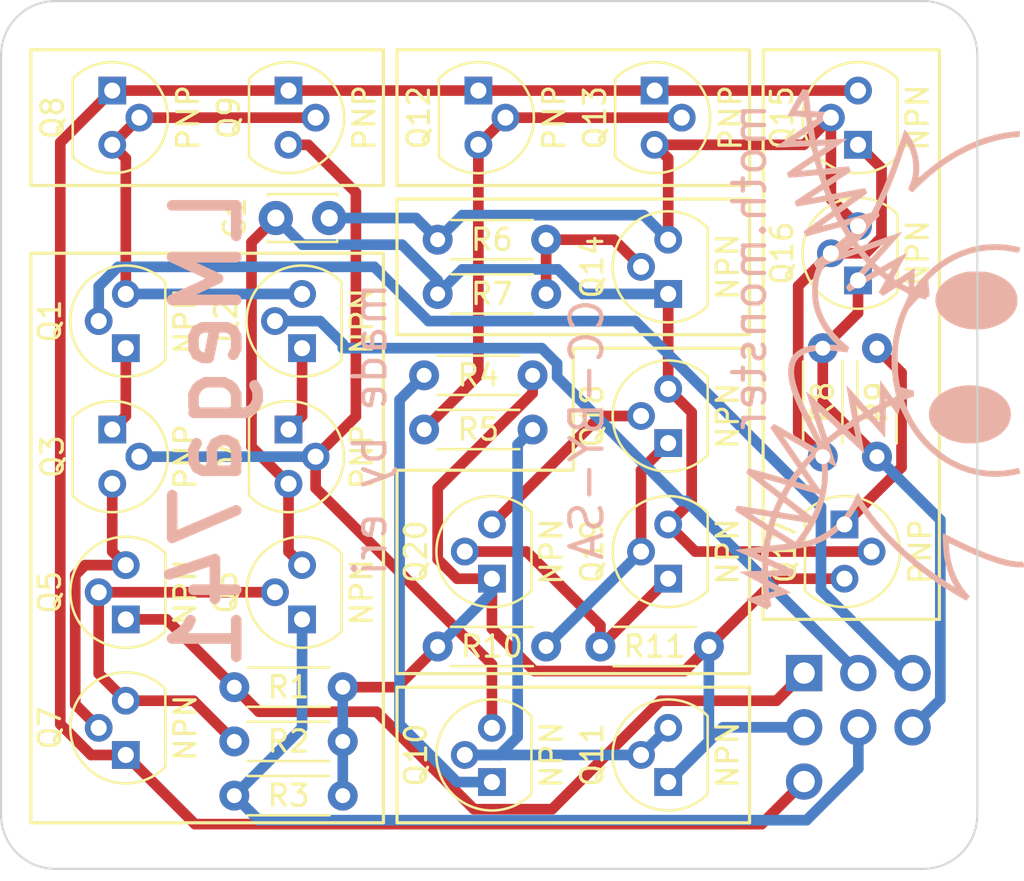
<source format=kicad_pcb>
(kicad_pcb (version 20210228) (generator pcbnew)
  (layers (0 "F.Cu" signal) (31 "B.Cu" signal) (34 "B.Paste" user) (35 "F.Paste" user) (36 "B.SilkS" user "B.Silkscreen") (37 "F.SilkS" user "F.Silkscreen") (38 "B.Mask" user) (39 "F.Mask" user) (44 "Edge.Cuts" user))
  (net 0 "")
  (net 1 "Net-(Q6-Pad3)")
  (net 2 "Net-(C1-Pad2)")
  (net 3 "3")
  (net 4 "Net-(Q2-Pad3)")
  (net 5 "Net-(Q3-Pad1)")
  (net 6 "2")
  (net 7 "Net-(Q4-Pad1)")
  (net 8 "Net-(Q4-Pad2)")
  (net 9 "Net-(Q5-Pad3)")
  (net 10 "Net-(Q6-Pad2)")
  (net 11 "1")
  (net 12 "5")
  (net 13 "7")
  (net 14 "Net-(Q10-Pad2)")
  (net 15 "Net-(Q10-Pad1)")
  (net 16 "4")
  (net 17 "Net-(R5-Pad1)")
  (net 18 "Net-(Q14-Pad2)")
  (net 19 "Net-(Q15-Pad1)")
  (net 20 "6")
  (net 21 "Net-(R9-Pad2)")
  (net 22 "Net-(Q18-Pad2)")
  (net 23 "Net-(Q18-Pad1)")
  (net 24 "Net-(Q19-Pad1)")
  (footprint "Package_TO_SOT_THT:TO-92" (layer "F.Cu") (at 137.795 115.57 90)
    (fp_text reference "Q6" (at 1.27 -3.56 90) (layer "F.SilkS"))
    (fp_text value "NPN" (at 1.27 2.79 90) (layer "F.SilkS"))
    (pad "1" thru_hole rect (at 0 0 90) (size 1.3 1.3) (drill 0.75) (layers *.Cu *.Mask) (net 12 "5"))
    (pad "2" thru_hole circle (at 1.27 -1.27 90) (size 1.3 1.3) (drill 0.75) (layers *.Cu *.Mask) (net 10 "Net-(Q6-Pad2)"))
    (pad "3" thru_hole circle (at 2.54 0 90) (size 1.3 1.3) (drill 0.75) (layers *.Cu *.Mask) (net 1 "Net-(Q6-Pad3)"))
  )
  (footprint "Resistor_THT:R_Axial_DIN0204_L3.6mm_D1.6mm_P5.08mm_Horizontal" (layer "F.Cu") (at 164.719 107.95 90)
    (fp_text reference "R9" (at 2.54 0 90) (layer "F.SilkS"))
    (fp_text value "50")
    (pad "1" thru_hole circle (at 0 0 90) (size 1.4 1.4) (drill 0.7) (layers *.Cu *.Mask) (net 20 "6"))
    (pad "2" thru_hole oval (at 5.08 0 90) (size 1.4 1.4) (drill 0.7) (layers *.Cu *.Mask) (net 21 "Net-(R9-Pad2)"))
  )
  (footprint "Package_TO_SOT_THT:TO-92" (layer "F.Cu") (at 154.94 123.19 90)
    (fp_text reference "Q11" (at 1.27 -3.56 90) (layer "F.SilkS"))
    (fp_text value "NPN" (at 1.27 2.79 90) (layer "F.SilkS"))
    (pad "1" thru_hole rect (at 0 0 90) (size 1.3 1.3) (drill 0.75) (layers *.Cu *.Mask) (net 16 "4"))
    (pad "2" thru_hole circle (at 1.27 -1.27 90) (size 1.3 1.3) (drill 0.75) (layers *.Cu *.Mask) (net 14 "Net-(Q10-Pad2)"))
    (pad "3" thru_hole circle (at 2.54 0 90) (size 1.3 1.3) (drill 0.75) (layers *.Cu *.Mask) (net 14 "Net-(Q10-Pad2)"))
  )
  (footprint "Package_TO_SOT_THT:TO-92" (layer "F.Cu") (at 128.905 106.68 -90)
    (fp_text reference "Q3" (at 1.27 2.794 90) (layer "F.SilkS"))
    (fp_text value "PNP" (at 1.27 -3.429 90) (layer "F.SilkS"))
    (pad "1" thru_hole rect (at 0 0 270) (size 1.3 1.3) (drill 0.75) (layers *.Cu *.Mask) (net 5 "Net-(Q3-Pad1)"))
    (pad "2" thru_hole circle (at 1.27 -1.27 270) (size 1.3 1.3) (drill 0.75) (layers *.Cu *.Mask) (net 8 "Net-(Q4-Pad2)"))
    (pad "3" thru_hole circle (at 2.54 0 270) (size 1.3 1.3) (drill 0.75) (layers *.Cu *.Mask) (net 9 "Net-(Q5-Pad3)"))
  )
  (footprint "Package_TO_SOT_THT:TO-92" (layer "F.Cu") (at 154.94 107.315 90)
    (fp_text reference "Q18" (at 1.27 -3.56 90) (layer "F.SilkS"))
    (fp_text value "NPN" (at 1.27 2.79 90) (layer "F.SilkS"))
    (pad "1" thru_hole rect (at 0 0 90) (size 1.3 1.3) (drill 0.75) (layers *.Cu *.Mask) (net 23 "Net-(Q18-Pad1)"))
    (pad "2" thru_hole circle (at 1.27 -1.27 90) (size 1.3 1.3) (drill 0.75) (layers *.Cu *.Mask) (net 22 "Net-(Q18-Pad2)"))
    (pad "3" thru_hole circle (at 2.54 0 90) (size 1.3 1.3) (drill 0.75) (layers *.Cu *.Mask) (net 1 "Net-(Q6-Pad3)"))
  )
  (footprint "Resistor_THT:R_Axial_DIN0204_L3.6mm_D1.6mm_P5.08mm_Horizontal" (layer "F.Cu") (at 149.225 116.84 180)
    (fp_text reference "R10" (at 2.54 0) (layer "F.SilkS"))
    (fp_text value "50k" hide)
    (pad "1" thru_hole circle (at 0 0 180) (size 1.4 1.4) (drill 0.7) (layers *.Cu *.Mask) (net 23 "Net-(Q18-Pad1)"))
    (pad "2" thru_hole oval (at 5.08 0 180) (size 1.4 1.4) (drill 0.7) (layers *.Cu *.Mask) (net 16 "4"))
  )
  (footprint "Package_TO_SOT_THT:TO-92" (layer "F.Cu") (at 163.195 111.125 -90)
    (fp_text reference "Q17" (at 1.27 2.794 90) (layer "F.SilkS"))
    (fp_text value "PNP" (at 1.27 -3.556 90) (layer "F.SilkS"))
    (pad "1" thru_hole rect (at 0 0 270) (size 1.3 1.3) (drill 0.75) (layers *.Cu *.Mask) (net 21 "Net-(R9-Pad2)"))
    (pad "2" thru_hole circle (at 1.27 -1.27 270) (size 1.3 1.3) (drill 0.75) (layers *.Cu *.Mask) (net 1 "Net-(Q6-Pad3)"))
    (pad "3" thru_hole circle (at 2.54 0 270) (size 1.3 1.3) (drill 0.75) (layers *.Cu *.Mask) (net 16 "4"))
  )
  (footprint "Package_TO_SOT_THT:TO-92" (layer "F.Cu") (at 129.54 121.92 90)
    (fp_text reference "Q7" (at 1.27 -3.56 90) (layer "F.SilkS"))
    (fp_text value "NPN" (at 1.27 2.79 90) (layer "F.SilkS"))
    (pad "1" thru_hole rect (at 0 0 90) (size 1.3 1.3) (drill 0.75) (layers *.Cu *.Mask) (net 13 "7"))
    (pad "2" thru_hole circle (at 1.27 -1.27 90) (size 1.3 1.3) (drill 0.75) (layers *.Cu *.Mask) (net 9 "Net-(Q5-Pad3)"))
    (pad "3" thru_hole circle (at 2.54 0 90) (size 1.3 1.3) (drill 0.75) (layers *.Cu *.Mask) (net 10 "Net-(Q6-Pad2)"))
  )
  (footprint "Package_TO_SOT_THT:TO-92" (layer "F.Cu") (at 128.905 90.805 -90)
    (fp_text reference "Q8" (at 1.27 2.794 90) (layer "F.SilkS"))
    (fp_text value "PNP" (at 1.27 -3.556 90) (layer "F.SilkS"))
    (pad "1" thru_hole rect (at 0 0 270) (size 1.3 1.3) (drill 0.75) (layers *.Cu *.Mask) (net 13 "7"))
    (pad "2" thru_hole circle (at 1.27 -1.27 270) (size 1.3 1.3) (drill 0.75) (layers *.Cu *.Mask) (net 4 "Net-(Q2-Pad3)"))
    (pad "3" thru_hole circle (at 2.54 0 270) (size 1.3 1.3) (drill 0.75) (layers *.Cu *.Mask) (net 4 "Net-(Q2-Pad3)"))
  )
  (footprint "Package_TO_SOT_THT:TO-92" (layer "F.Cu") (at 154.94 100.33 90)
    (fp_text reference "Q14" (at 1.27 -3.56 90) (layer "F.SilkS"))
    (fp_text value "NPN" (at 1.27 2.79 90) (layer "F.SilkS"))
    (pad "1" thru_hole rect (at 0 0 90) (size 1.3 1.3) (drill 0.75) (layers *.Cu *.Mask) (net 1 "Net-(Q6-Pad3)"))
    (pad "2" thru_hole circle (at 1.27 -1.27 90) (size 1.3 1.3) (drill 0.75) (layers *.Cu *.Mask) (net 18 "Net-(Q14-Pad2)"))
    (pad "3" thru_hole circle (at 2.54 0 90) (size 1.3 1.3) (drill 0.75) (layers *.Cu *.Mask) (net 2 "Net-(C1-Pad2)"))
  )
  (footprint "Connector_PinSocket_2.54mm:PinSocket_1x03_P2.54mm_Vertical" (layer "F.Cu") (at 161.305 118.085 90)
    (fp_text reference "J1" hide)
    (fp_text value "Conn_01x03")
    (pad "1" thru_hole rect (at 0 0 90) (size 1.7 1.7) (drill 1) (layers *.Cu *.Mask) (net 11 "1"))
    (pad "2" thru_hole oval (at 0 2.54 90) (size 1.7 1.7) (drill 1) (layers *.Cu *.Mask) (net 6 "2"))
    (pad "3" thru_hole oval (at 0 5.08 90) (size 1.7 1.7) (drill 1) (layers *.Cu *.Mask) (net 3 "3"))
  )
  (footprint "Package_TO_SOT_THT:TO-92" (layer "F.Cu") (at 154.305 90.805 -90)
    (fp_text reference "Q13" (at 1.27 2.794 90) (layer "F.SilkS"))
    (fp_text value "PNP" (at 1.27 -3.556 90) (layer "F.SilkS"))
    (pad "1" thru_hole rect (at 0 0 270) (size 1.3 1.3) (drill 0.75) (layers *.Cu *.Mask) (net 13 "7"))
    (pad "2" thru_hole circle (at 1.27 -1.27 270) (size 1.3 1.3) (drill 0.75) (layers *.Cu *.Mask) (net 17 "Net-(R5-Pad1)"))
    (pad "3" thru_hole circle (at 2.54 0 270) (size 1.3 1.3) (drill 0.75) (layers *.Cu *.Mask) (net 2 "Net-(C1-Pad2)"))
  )
  (footprint "Resistor_THT:R_Axial_DIN0204_L3.6mm_D1.6mm_P5.08mm_Horizontal" (layer "F.Cu") (at 134.62 121.285)
    (fp_text reference "R2" (at 2.54 0) (layer "F.SilkS"))
    (fp_text value "50k" hide)
    (pad "1" thru_hole circle (at 0 0) (size 1.4 1.4) (drill 0.7) (layers *.Cu *.Mask) (net 10 "Net-(Q6-Pad2)"))
    (pad "2" thru_hole oval (at 5.08 0) (size 1.4 1.4) (drill 0.7) (layers *.Cu *.Mask) (net 16 "4"))
  )
  (footprint "Package_TO_SOT_THT:TO-92" (layer "F.Cu") (at 146.685 113.665 90)
    (fp_text reference "Q20" (at 1.27 -3.56 90) (layer "F.SilkS"))
    (fp_text value "NPN" (at 1.27 2.79 90) (layer "F.SilkS"))
    (pad "1" thru_hole rect (at 0 0 90) (size 1.3 1.3) (drill 0.75) (layers *.Cu *.Mask) (net 16 "4"))
    (pad "2" thru_hole circle (at 1.27 -1.27 90) (size 1.3 1.3) (drill 0.75) (layers *.Cu *.Mask) (net 24 "Net-(Q19-Pad1)"))
    (pad "3" thru_hole circle (at 2.54 0 90) (size 1.3 1.3) (drill 0.75) (layers *.Cu *.Mask) (net 22 "Net-(Q18-Pad2)"))
  )
  (footprint "Package_TO_SOT_THT:TO-92" (layer "F.Cu") (at 137.16 106.68 -90)
    (fp_text reference "Q4" (at 1.27 2.794 90) (layer "F.SilkS"))
    (fp_text value "PNP" (at 1.27 -3.429 90) (layer "F.SilkS"))
    (pad "1" thru_hole rect (at 0 0 270) (size 1.3 1.3) (drill 0.75) (layers *.Cu *.Mask) (net 7 "Net-(Q4-Pad1)"))
    (pad "2" thru_hole circle (at 1.27 -1.27 270) (size 1.3 1.3) (drill 0.75) (layers *.Cu *.Mask) (net 8 "Net-(Q4-Pad2)"))
    (pad "3" thru_hole circle (at 2.54 0 270) (size 1.3 1.3) (drill 0.75) (layers *.Cu *.Mask) (net 1 "Net-(Q6-Pad3)"))
  )
  (footprint "Resistor_THT:R_Axial_DIN0204_L3.6mm_D1.6mm_P5.08mm_Horizontal" (layer "F.Cu") (at 144.145 97.79)
    (fp_text reference "R6" (at 2.54 0) (layer "F.SilkS"))
    (fp_text value "4.5k" hide)
    (pad "1" thru_hole circle (at 0 0) (size 1.4 1.4) (drill 0.7) (layers *.Cu *.Mask) (net 2 "Net-(C1-Pad2)"))
    (pad "2" thru_hole oval (at 5.08 0) (size 1.4 1.4) (drill 0.7) (layers *.Cu *.Mask) (net 18 "Net-(Q14-Pad2)"))
  )
  (footprint "Package_TO_SOT_THT:TO-92" (layer "F.Cu") (at 154.94 113.665 90)
    (fp_text reference "Q19" (at 1.27 -3.56 90) (layer "F.SilkS"))
    (fp_text value "NPN" (at 1.27 2.79 90) (layer "F.SilkS"))
    (pad "1" thru_hole rect (at 0 0 90) (size 1.3 1.3) (drill 0.75) (layers *.Cu *.Mask) (net 24 "Net-(Q19-Pad1)"))
    (pad "2" thru_hole circle (at 1.27 -1.27 90) (size 1.3 1.3) (drill 0.75) (layers *.Cu *.Mask) (net 23 "Net-(Q18-Pad1)"))
    (pad "3" thru_hole circle (at 2.54 0 90) (size 1.3 1.3) (drill 0.75) (layers *.Cu *.Mask) (net 1 "Net-(Q6-Pad3)"))
  )
  (footprint "Resistor_THT:R_Axial_DIN0204_L3.6mm_D1.6mm_P5.08mm_Horizontal" (layer "F.Cu") (at 143.51 104.14)
    (fp_text reference "R4" (at 2.54 0) (layer "F.SilkS"))
    (fp_text value "5k" hide)
    (pad "1" thru_hole circle (at 0 0) (size 1.4 1.4) (drill 0.7) (layers *.Cu *.Mask) (net 15 "Net-(Q10-Pad1)"))
    (pad "2" thru_hole oval (at 5.08 0) (size 1.4 1.4) (drill 0.7) (layers *.Cu *.Mask) (net 16 "4"))
  )
  (footprint "Package_TO_SOT_THT:TO-92" (layer "F.Cu") (at 129.54 102.87 90)
    (fp_text reference "Q1" (at 1.27 -3.56 90) (layer "F.SilkS"))
    (fp_text value "NPN" (at 1.27 2.79 90) (layer "F.SilkS"))
    (pad "1" thru_hole rect (at 0 0 90) (size 1.3 1.3) (drill 0.75) (layers *.Cu *.Mask) (net 5 "Net-(Q3-Pad1)"))
    (pad "2" thru_hole circle (at 1.27 -1.27 90) (size 1.3 1.3) (drill 0.75) (layers *.Cu *.Mask) (net 3 "3"))
    (pad "3" thru_hole circle (at 2.54 0 90) (size 1.3 1.3) (drill 0.75) (layers *.Cu *.Mask) (net 4 "Net-(Q2-Pad3)"))
  )
  (footprint "Resistor_THT:R_Axial_DIN0204_L3.6mm_D1.6mm_P5.08mm_Horizontal" (layer "F.Cu") (at 134.62 118.745)
    (fp_text reference "R1" (at 2.54 0) (layer "F.SilkS"))
    (fp_text value "1k" hide)
    (pad "1" thru_hole circle (at 0 0) (size 1.4 1.4) (drill 0.7) (layers *.Cu *.Mask) (net 11 "1"))
    (pad "2" thru_hole oval (at 5.08 0) (size 1.4 1.4) (drill 0.7) (layers *.Cu *.Mask) (net 16 "4"))
  )
  (footprint "Connector_PinSocket_2.54mm:PinSocket_1x01_P2.54mm_Vertical" (layer "F.Cu") (at 161.305 123.165 90)
    (fp_text reference "J3" hide)
    (fp_text value "Conn_01x01")
    (pad "1" thru_hole circle (at 0 0 90) (size 1.7 1.7) (drill 1) (layers *.Cu *.Mask) (net 13 "7"))
  )
  (footprint "Package_TO_SOT_THT:TO-92" (layer "F.Cu") (at 129.54 115.57 90)
    (fp_text reference "Q5" (at 1.27 -3.56 90) (layer "F.SilkS"))
    (fp_text value "NPN" (at 1.27 2.79 90) (layer "F.SilkS"))
    (pad "1" thru_hole rect (at 0 0 90) (size 1.3 1.3) (drill 0.75) (layers *.Cu *.Mask) (net 11 "1"))
    (pad "2" thru_hole circle (at 1.27 -1.27 90) (size 1.3 1.3) (drill 0.75) (layers *.Cu *.Mask) (net 10 "Net-(Q6-Pad2)"))
    (pad "3" thru_hole circle (at 2.54 0 90) (size 1.3 1.3) (drill 0.75) (layers *.Cu *.Mask) (net 9 "Net-(Q5-Pad3)"))
  )
  (footprint "Resistor_THT:R_Axial_DIN0204_L3.6mm_D1.6mm_P5.08mm_Horizontal" (layer "F.Cu") (at 143.51 106.68)
    (fp_text reference "R5" (at 2.54 0) (layer "F.SilkS"))
    (fp_text value "39k" hide)
    (pad "1" thru_hole circle (at 0 0) (size 1.4 1.4) (drill 0.7) (layers *.Cu *.Mask) (net 17 "Net-(R5-Pad1)"))
    (pad "2" thru_hole oval (at 5.08 0) (size 1.4 1.4) (drill 0.7) (layers *.Cu *.Mask) (net 14 "Net-(Q10-Pad2)"))
  )
  (footprint "Package_TO_SOT_THT:TO-92" (layer "F.Cu") (at 146.685 123.19 90)
    (fp_text reference "Q10" (at 1.27 -3.56 90) (layer "F.SilkS"))
    (fp_text value "NPN" (at 1.27 2.79 90) (layer "F.SilkS"))
    (pad "1" thru_hole rect (at 0 0 90) (size 1.3 1.3) (drill 0.75) (layers *.Cu *.Mask) (net 15 "Net-(Q10-Pad1)"))
    (pad "2" thru_hole circle (at 1.27 -1.27 90) (size 1.3 1.3) (drill 0.75) (layers *.Cu *.Mask) (net 14 "Net-(Q10-Pad2)"))
    (pad "3" thru_hole circle (at 2.54 0 90) (size 1.3 1.3) (drill 0.75) (layers *.Cu *.Mask) (net 8 "Net-(Q4-Pad2)"))
  )
  (footprint "Resistor_THT:R_Axial_DIN0204_L3.6mm_D1.6mm_P5.08mm_Horizontal" (layer "F.Cu") (at 134.62 123.825)
    (fp_text reference "R3" (at 2.54 0) (layer "F.SilkS"))
    (fp_text value "1k" hide)
    (pad "1" thru_hole circle (at 0 0) (size 1.4 1.4) (drill 0.7) (layers *.Cu *.Mask) (net 12 "5"))
    (pad "2" thru_hole oval (at 5.08 0) (size 1.4 1.4) (drill 0.7) (layers *.Cu *.Mask) (net 16 "4"))
  )
  (footprint "Package_TO_SOT_THT:TO-92" (layer "F.Cu") (at 137.16 90.805 -90)
    (fp_text reference "Q9" (at 1.27 2.794 90) (layer "F.SilkS"))
    (fp_text value "PNP" (at 1.27 -3.556 90) (layer "F.SilkS"))
    (pad "1" thru_hole rect (at 0 0 270) (size 1.3 1.3) (drill 0.75) (layers *.Cu *.Mask) (net 13 "7"))
    (pad "2" thru_hole circle (at 1.27 -1.27 270) (size 1.3 1.3) (drill 0.75) (layers *.Cu *.Mask) (net 4 "Net-(Q2-Pad3)"))
    (pad "3" thru_hole circle (at 2.54 0 270) (size 1.3 1.3) (drill 0.75) (layers *.Cu *.Mask) (net 8 "Net-(Q4-Pad2)"))
  )
  (footprint "Resistor_THT:R_Axial_DIN0204_L3.6mm_D1.6mm_P5.08mm_Horizontal" (layer "F.Cu") (at 149.225 100.33 180)
    (fp_text reference "R7" (at 2.54 0) (layer "F.SilkS"))
    (fp_text value "7.5" hide)
    (pad "1" thru_hole circle (at 0 0 180) (size 1.4 1.4) (drill 0.7) (layers *.Cu *.Mask) (net 18 "Net-(Q14-Pad2)"))
    (pad "2" thru_hole oval (at 5.08 0 180) (size 1.4 1.4) (drill 0.7) (layers *.Cu *.Mask) (net 1 "Net-(Q6-Pad3)"))
  )
  (footprint "Package_TO_SOT_THT:TO-92" (layer "F.Cu") (at 137.795 102.87 90)
    (fp_text reference "Q2" (at 1.27 -3.56 90) (layer "F.SilkS"))
    (fp_text value "NPN" (at 1.27 2.79 90) (layer "F.SilkS"))
    (pad "1" thru_hole rect (at 0 0 90) (size 1.3 1.3) (drill 0.75) (layers *.Cu *.Mask) (net 7 "Net-(Q4-Pad1)"))
    (pad "2" thru_hole circle (at 1.27 -1.27 90) (size 1.3 1.3) (drill 0.75) (layers *.Cu *.Mask) (net 6 "2"))
    (pad "3" thru_hole circle (at 2.54 0 90) (size 1.3 1.3) (drill 0.75) (layers *.Cu *.Mask) (net 4 "Net-(Q2-Pad3)"))
  )
  (footprint "Package_TO_SOT_THT:TO-92" (layer "F.Cu") (at 146.05 90.805 -90)
    (fp_text reference "Q12" (at 1.27 2.794 90) (layer "F.SilkS"))
    (fp_text value "PNP" (at 1.27 -3.556 90) (layer "F.SilkS"))
    (pad "1" thru_hole rect (at 0 0 270) (size 1.3 1.3) (drill 0.75) (layers *.Cu *.Mask) (net 13 "7"))
    (pad "2" thru_hole circle (at 1.27 -1.27 270) (size 1.3 1.3) (drill 0.75) (layers *.Cu *.Mask) (net 17 "Net-(R5-Pad1)"))
    (pad "3" thru_hole circle (at 2.54 0 270) (size 1.3 1.3) (drill 0.75) (layers *.Cu *.Mask) (net 17 "Net-(R5-Pad1)"))
  )
  (footprint "Capacitor_THT:C_Disc_D3.0mm_W2.0mm_P2.50mm" (layer "F.Cu") (at 136.565 96.774)
    (fp_text reference "C1" (at -1.925 0 90) (layer "F.SilkS"))
    (fp_text value "30pF" hide)
    (pad "1" thru_hole circle (at 0 0) (size 1.6 1.6) (drill 0.8) (layers *.Cu *.Mask) (net 1 "Net-(Q6-Pad3)"))
    (pad "2" thru_hole circle (at 2.5 0) (size 1.6 1.6) (drill 0.8) (layers *.Cu *.Mask) (net 2 "Net-(C1-Pad2)"))
  )
  (footprint "Resistor_THT:R_Axial_DIN0204_L3.6mm_D1.6mm_P5.08mm_Horizontal" (layer "F.Cu") (at 162.179 107.95 90)
    (fp_text reference "R8" (at 2.54 0 90) (layer "F.SilkS"))
    (fp_text value "25")
    (pad "1" thru_hole circle (at 0 0 90) (size 1.4 1.4) (drill 0.7) (layers *.Cu *.Mask) (net 19 "Net-(Q15-Pad1)"))
    (pad "2" thru_hole oval (at 5.08 0 90) (size 1.4 1.4) (drill 0.7) (layers *.Cu *.Mask) (net 20 "6"))
  )
  (footprint "Connector_PinSocket_2.54mm:PinSocket_1x03_P2.54mm_Vertical" (layer "F.Cu") (at 161.305 120.625 90)
    (fp_text reference "J2" hide)
    (fp_text value "Conn_01x03")
    (pad "1" thru_hole circle (at 0 0 90) (size 1.7 1.7) (drill 1) (layers *.Cu *.Mask) (net 16 "4"))
    (pad "2" thru_hole oval (at 0 2.54 90) (size 1.7 1.7) (drill 1) (layers *.Cu *.Mask) (net 12 "5"))
    (pad "3" thru_hole oval (at 0 5.08 90) (size 1.7 1.7) (drill 1) (layers *.Cu *.Mask) (net 20 "6"))
  )
  (footprint "Resistor_THT:R_Axial_DIN0204_L3.6mm_D1.6mm_P5.08mm_Horizontal" (layer "F.Cu") (at 151.765 116.84)
    (fp_text reference "R11" (at 2.54 0) (layer "F.SilkS"))
    (fp_text value "50" hide)
    (pad "1" thru_hole circle (at 0 0) (size 1.4 1.4) (drill 0.7) (layers *.Cu *.Mask) (net 24 "Net-(Q19-Pad1)"))
    (pad "2" thru_hole oval (at 5.08 0) (size 1.4 1.4) (drill 0.7) (layers *.Cu *.Mask) (net 16 "4"))
  )
  (footprint "Package_TO_SOT_THT:TO-92" (layer "F.Cu") (at 163.83 93.345 90)
    (fp_text reference "Q15" (at 1.27 -3.56 90) (layer "F.SilkS"))
    (fp_text value "NPN" (at 1.27 2.79 90) (layer "F.SilkS"))
    (pad "1" thru_hole rect (at 0 0 90) (size 1.3 1.3) (drill 0.75) (layers *.Cu *.Mask) (net 19 "Net-(Q15-Pad1)"))
    (pad "2" thru_hole circle (at 1.27 -1.27 90) (size 1.3 1.3) (drill 0.75) (layers *.Cu *.Mask) (net 2 "Net-(C1-Pad2)"))
    (pad "3" thru_hole circle (at 2.54 0 90) (size 1.3 1.3) (drill 0.75) (layers *.Cu *.Mask) (net 13 "7"))
  )
  (footprint "Package_TO_SOT_THT:TO-92" (layer "F.Cu") (at 163.83 99.695 90)
    (fp_text reference "Q16" (at 1.27 -3.56 90) (layer "F.SilkS"))
    (fp_text value "NPN" (at 1.27 2.79 90) (layer "F.SilkS"))
    (pad "1" thru_hole rect (at 0 0 90) (size 1.3 1.3) (drill 0.75) (layers *.Cu *.Mask) (net 20 "6"))
    (pad "2" thru_hole circle (at 1.27 -1.27 90) (size 1.3 1.3) (drill 0.75) (layers *.Cu *.Mask) (net 19 "Net-(Q15-Pad1)"))
    (pad "3" thru_hole circle (at 2.54 0 90) (size 1.3 1.3) (drill 0.75) (layers *.Cu *.Mask) (net 2 "Net-(C1-Pad2)"))
  )
  (footprint "random stuff:mothfacemedium" (layer "B.Cu") (at 162.56 102.87 -90)
    (fp_text reference "Ref**" hide)
    (fp_text value "Val**" hide)
  )
  (gr_line (start 141.605 95.25) (end 141.605 88.9) (layer "F.SilkS") (width 0.15))
  (gr_line (start 158.75 88.9) (end 142.24 88.9) (layer "F.SilkS") (width 0.15))
  (gr_line (start 142.24 95.885) (end 158.75 95.885) (layer "F.SilkS") (width 0.15))
  (gr_line (start 142.24 95.25) (end 158.75 95.25) (layer "F.SilkS") (width 0.15))
  (gr_line (start 142.24 95.885) (end 142.24 102.235) (layer "F.SilkS") (width 0.15))
  (gr_line (start 158.75 95.25) (end 158.75 88.9) (layer "F.SilkS") (width 0.15))
  (gr_line (start 142.24 118.745) (end 158.75 118.745) (layer "F.SilkS") (width 0.15))
  (gr_line (start 158.75 102.87) (end 150.495 102.87) (layer "F.SilkS") (width 0.15))
  (gr_line (start 150.495 108.585) (end 150.495 102.87) (layer "F.SilkS") (width 0.15))
  (gr_line (start 125.095 125.095) (end 125.095 98.425) (layer "F.SilkS") (width 0.15))
  (gr_line (start 141.605 88.9) (end 125.095 88.9) (layer "F.SilkS") (width 0.15))
  (gr_line (start 141.605 125.095) (end 125.095 125.095) (layer "F.SilkS") (width 0.15))
  (gr_line (start 159.385 115.57) (end 159.385 88.9) (layer "F.SilkS") (width 0.15))
  (gr_line (start 159.385 88.9) (end 167.64 88.9) (layer "F.SilkS") (width 0.15))
  (gr_line (start 158.75 95.885) (end 158.75 102.235) (layer "F.SilkS") (width 0.15))
  (gr_line (start 142.24 125.095) (end 142.24 118.745) (layer "F.SilkS") (width 0.15))
  (gr_line (start 167.64 115.57) (end 159.385 115.57) (layer "F.SilkS") (width 0.15))
  (gr_line (start 142.24 118.11) (end 158.75 118.11) (layer "F.SilkS") (width 0.15))
  (gr_line (start 142.24 108.585) (end 142.24 118.11) (layer "F.SilkS") (width 0.15))
  (gr_line (start 158.75 118.745) (end 158.75 125.095) (layer "F.SilkS") (width 0.15))
  (gr_line (start 125.095 98.425) (end 141.605 98.425) (layer "F.SilkS") (width 0.15))
  (gr_line (start 125.095 95.25) (end 141.605 95.25) (layer "F.SilkS") (width 0.15))
  (gr_line (start 142.24 108.585) (end 150.495 108.585) (layer "F.SilkS") (width 0.15))
  (gr_line (start 167.64 88.9) (end 167.64 115.57) (layer "F.SilkS") (width 0.15))
  (gr_line (start 158.75 125.095) (end 142.24 125.095) (layer "F.SilkS") (width 0.15))
  (gr_line (start 125.095 88.9) (end 125.095 95.25) (layer "F.SilkS") (width 0.15))
  (gr_line (start 141.605 98.425) (end 141.605 125.095) (layer "F.SilkS") (width 0.15))
  (gr_line (start 158.75 118.11) (end 158.75 102.87) (layer "F.SilkS") (width 0.15))
  (gr_line (start 142.24 88.9) (end 142.24 95.25) (layer "F.SilkS") (width 0.15))
  (gr_line (start 158.75 102.235) (end 142.24 102.235) (layer "F.SilkS") (width 0.15))
  (gr_line (start 169.418 89.154) (end 169.418 124.714) (layer "Edge.Cuts") (width 0.1))
  (gr_line (start 126.238 86.614) (end 166.878 86.614) (layer "Edge.Cuts") (width 0.1))
  (gr_arc (start 126.238 89.154) (end 126.238 86.614) (angle -90) (layer "Edge.Cuts") (width 0.1))
  (gr_line (start 126.238 127.254) (end 166.878 127.254) (layer "Edge.Cuts") (width 0.1))
  (gr_line (start 123.698 89.154) (end 123.698 124.714) (layer "Edge.Cuts") (width 0.1))
  (gr_arc (start 166.878 89.154) (end 169.418 89.154) (angle -90) (layer "Edge.Cuts") (width 0.1))
  (gr_arc (start 166.878 124.714) (end 166.878 127.254) (angle -90) (layer "Edge.Cuts") (width 0.1))
  (gr_arc (start 126.238 124.714) (end 123.698 124.714) (angle -90) (layer "Edge.Cuts") (width 0.1))
  (gr_text "CC-BY-SA" (at 151.13 106.68 90) (layer "B.SilkS") (effects (font (size 1.5 1.5) (thickness 0.2)) (justify mirror)))
  (gr_text "made by eri" (at 140.97 106.68 90) (layer "B.SilkS") (effects (font (size 1.5 1.5) (thickness 0.2)) (justify mirror)))
  (gr_text "LMega741" (at 133.35 106.68 90) (layer "B.SilkS") (effects (font (size 3 3) (thickness 0.5)) (justify mirror)))
  (gr_text "moth.monster" (at 158.75 99.06 90) (layer "B.SilkS") (effects (font (size 1.5 1.5) (thickness 0.2)) (justify mirror)))
  (segment (start 154.94 100.33) (end 154.94 104.775) (width 0.5) (layer "F.Cu") (net 1))
  (segment (start 154.94 111.125) (end 156.21 112.395) (width 0.5) (layer "F.Cu") (net 1))
  (segment (start 154.94 104.775) (end 156.039511 105.874511) (width 0.5) (layer "F.Cu") (net 1))
  (segment (start 136.565 96.774) (end 135.425489 97.913511) (width 0.5) (layer "F.Cu") (net 1))
  (segment (start 137.16 109.22) (end 137.16 112.395) (width 0.5) (layer "F.Cu") (net 1))
  (segment (start 137.16 112.395) (end 137.795 113.03) (width 0.5) (layer "F.Cu") (net 1))
  (segment (start 135.425489 107.485489) (end 137.16 109.22) (width 0.5) (layer "F.Cu") (net 1))
  (segment (start 156.039511 110.025489) (end 154.94 111.125) (width 0.5) (layer "F.Cu") (net 1))
  (segment (start 135.425489 97.913511) (end 135.425489 107.485489) (width 0.5) (layer "F.Cu") (net 1))
  (segment (start 156.21 112.395) (end 164.465 112.395) (width 0.5) (layer "F.Cu") (net 1))
  (segment (start 156.039511 105.874511) (end 156.039511 110.025489) (width 0.5) (layer "F.Cu") (net 1))
  (segment (start 144.145 99.695) (end 144.145 100.33) (width 0.5) (layer "B.Cu") (net 1))
  (segment (start 150.926277 100.33) (end 154.94 100.33) (width 0.5) (layer "B.Cu") (net 1))
  (segment (start 144.145 100.33) (end 145.294511 99.180489) (width 0.5) (layer "B.Cu") (net 1))
  (segment (start 137.814511 98.023511) (end 142.473511 98.023511) (width 0.5) (layer "B.Cu") (net 1))
  (segment (start 149.776766 99.180489) (end 150.926277 100.33) (width 0.5) (layer "B.Cu") (net 1))
  (segment (start 136.565 96.774) (end 137.814511 98.023511) (width 0.5) (layer "B.Cu") (net 1))
  (segment (start 142.473511 98.023511) (end 144.145 99.695) (width 0.5) (layer "B.Cu") (net 1))
  (segment (start 145.294511 99.180489) (end 149.776766 99.180489) (width 0.5) (layer "B.Cu") (net 1))
  (segment (start 154.94 97.79) (end 154.94 93.98) (width 0.5) (layer "F.Cu") (net 2))
  (segment (start 161.29 93.345) (end 162.56 92.075) (width 0.5) (layer "F.Cu") (net 2))
  (segment (start 162.56 92.075) (end 162.56 95.885) (width 0.5) (layer "F.Cu") (net 2))
  (segment (start 154.305 93.345) (end 161.29 93.345) (width 0.5) (layer "F.Cu") (net 2))
  (segment (start 162.56 95.885) (end 163.83 97.155) (width 0.5) (layer "F.Cu") (net 2))
  (segment (start 154.94 93.98) (end 154.305 93.345) (width 0.5) (layer "F.Cu") (net 2))
  (segment (start 153.790489 96.640489) (end 154.94 97.79) (width 0.5) (layer "B.Cu") (net 2))
  (segment (start 143.129 96.774) (end 144.145 97.79) (width 0.5) (layer "B.Cu") (net 2))
  (segment (start 145.294511 96.640489) (end 153.790489 96.640489) (width 0.5) (layer "B.Cu") (net 2))
  (segment (start 139.065 96.774) (end 143.129 96.774) (width 0.5) (layer "B.Cu") (net 2))
  (segment (start 144.145 97.79) (end 145.294511 96.640489) (width 0.5) (layer "B.Cu") (net 2))
  (segment (start 128.27 101.6) (end 128.27 99.972723) (width 0.5) (layer "B.Cu") (net 3))
  (segment (start 165.987723 118.085) (end 166.385 118.085) (width 0.5) (layer "B.Cu") (net 3))
  (segment (start 128.27 99.972723) (end 129.182723 99.06) (width 0.5) (layer "B.Cu") (net 3))
  (segment (start 153.392277 101.6) (end 162.095489 110.303212) (width 0.5) (layer "B.Cu") (net 3))
  (segment (start 141.173723 99.06) (end 143.713723 101.6) (width 0.5) (layer "B.Cu") (net 3))
  (segment (start 162.095489 114.192766) (end 165.987723 118.085) (width 0.5) (layer "B.Cu") (net 3))
  (segment (start 162.095489 110.303212) (end 162.095489 114.192766) (width 0.5) (layer "B.Cu") (net 3))
  (segment (start 129.182723 99.06) (end 141.173723 99.06) (width 0.5) (layer "B.Cu") (net 3))
  (segment (start 143.713723 101.6) (end 153.392277 101.6) (width 0.5) (layer "B.Cu") (net 3))
  (segment (start 129.54 93.98) (end 128.905 93.345) (width 0.5) (layer "F.Cu") (net 4))
  (segment (start 130.175 92.075) (end 138.43 92.075) (width 0.5) (layer "F.Cu") (net 4))
  (segment (start 129.54 100.33) (end 129.54 93.98) (width 0.5) (layer "F.Cu") (net 4))
  (segment (start 128.905 93.345) (end 130.175 92.075) (width 0.5) (layer "F.Cu") (net 4))
  (segment (start 129.54 100.33) (end 137.795 100.33) (width 0.5) (layer "B.Cu") (net 4))
  (segment (start 129.54 102.87) (end 129.54 106.045) (width 0.5) (layer "F.Cu") (net 5))
  (segment (start 129.54 106.045) (end 128.905 106.68) (width 0.5) (layer "F.Cu") (net 5))
  (segment (start 138.63412 101.6) (end 136.525 101.6) (width 0.5) (layer "B.Cu") (net 6))
  (segment (start 139.7 102.87) (end 139.7 102.66588) (width 0.5) (layer "B.Cu") (net 6))
  (segment (start 163.845 118.085) (end 155.785489 110.025489) (width 0.5) (layer "B.Cu") (net 6))
  (segment (start 149.021277 102.87) (end 139.7 102.87) (width 0.5) (layer "B.Cu") (net 6))
  (segment (start 149.739511 103.588234) (end 149.021277 102.87) (width 0.5) (layer "B.Cu") (net 6))
  (segment (start 139.7 102.66588) (end 138.63412 101.6) (width 0.5) (layer "B.Cu") (net 6))
  (segment (start 149.739511 104.223631) (end 149.739511 103.588234) (width 0.5) (layer "B.Cu") (net 6))
  (segment (start 155.541369 110.025489) (end 149.739511 104.223631) (width 0.5) (layer "B.Cu") (net 6))
  (segment (start 155.785489 110.025489) (end 155.541369 110.025489) (width 0.5) (layer "B.Cu") (net 6))
  (segment (start 137.795 102.87) (end 137.795 106.045) (width 0.5) (layer "F.Cu") (net 7))
  (segment (start 137.795 106.045) (end 137.16 106.68) (width 0.5) (layer "F.Cu") (net 7))
  (segment (start 140.314511 106.065489) (end 140.314511 95.580273) (width 0.5) (layer "F.Cu") (net 8))
  (segment (start 146.685 117.678723) (end 138.43 109.423723) (width 0.5) (layer "F.Cu") (net 8))
  (segment (start 138.43 107.95) (end 140.314511 106.065489) (width 0.5) (layer "F.Cu") (net 8))
  (segment (start 140.314511 95.580273) (end 138.079238 93.345) (width 0.5) (layer "F.Cu") (net 8))
  (segment (start 138.079238 93.345) (end 137.16 93.345) (width 0.5) (layer "F.Cu") (net 8))
  (segment (start 146.685 120.65) (end 146.685 117.678723) (width 0.5) (layer "F.Cu") (net 8))
  (segment (start 138.43 109.423723) (end 138.43 107.95) (width 0.5) (layer "F.Cu") (net 8))
  (segment (start 130.175 107.95) (end 138.43 107.95) (width 0.5) (layer "B.Cu") (net 8))
  (segment (start 137.485277 93.345) (end 137.16 93.345) (width 0.5) (layer "B.Cu") (net 8))
  (segment (start 128.905 112.395) (end 129.54 113.03) (width 0.5) (layer "F.Cu") (net 9))
  (segment (start 127.635 113.03) (end 129.54 113.03) (width 0.5) (layer "F.Cu") (net 9))
  (segment (start 128.27 120.65) (end 127.170489 119.550489) (width 0.5) (layer "F.Cu") (net 9))
  (segment (start 127.170489 113.494511) (end 127.635 113.03) (width 0.5) (layer "F.Cu") (net 9))
  (segment (start 127.170489 119.550489) (end 127.170489 113.494511) (width 0.5) (layer "F.Cu") (net 9))
  (segment (start 128.905 109.22) (end 128.905 112.395) (width 0.5) (layer "F.Cu") (net 9))
  (segment (start 128.27 114.3) (end 136.525 114.3) (width 0.5) (layer "F.Cu") (net 10))
  (segment (start 128.27 114.3) (end 128.27 118.11) (width 0.5) (layer "F.Cu") (net 10))
  (segment (start 129.54 119.38) (end 132.715 119.38) (width 0.5) (layer "F.Cu") (net 10))
  (segment (start 128.27 118.11) (end 129.54 119.38) (width 0.5) (layer "F.Cu") (net 10))
  (segment (start 132.715 119.38) (end 134.62 121.285) (width 0.5) (layer "F.Cu") (net 10))
  (segment (start 154.582723 119.38) (end 160.01 119.38) (width 0.5) (layer "F.Cu") (net 11))
  (segment (start 131.445 115.57) (end 129.54 115.57) (width 0.5) (layer "F.Cu") (net 11))
  (segment (start 145.84588 124.46) (end 149.502723 124.46) (width 0.5) (layer "F.Cu") (net 11))
  (segment (start 134.62 118.745) (end 135.769511 119.894511) (width 0.5) (layer "F.Cu") (net 11))
  (segment (start 160.01 119.38) (end 161.305 118.085) (width 0.5) (layer "F.Cu") (net 11))
  (segment (start 135.769511 119.894511) (end 141.280391 119.894511) (width 0.5) (layer "F.Cu") (net 11))
  (segment (start 134.62 118.745) (end 131.445 115.57) (width 0.5) (layer "F.Cu") (net 11))
  (segment (start 141.280391 119.894511) (end 145.84588 124.46) (width 0.5) (layer "F.Cu") (net 11))
  (segment (start 149.502723 124.46) (end 154.582723 119.38) (width 0.5) (layer "F.Cu") (net 11))
  (segment (start 163.845 120.625) (end 163.845 122.548277) (width 0.5) (layer "B.Cu") (net 12))
  (segment (start 163.845 122.548277) (end 161.418766 124.974511) (width 0.5) (layer "B.Cu") (net 12))
  (segment (start 161.418766 124.974511) (end 135.769511 124.974511) (width 0.5) (layer "B.Cu") (net 12))
  (segment (start 137.795 120.65) (end 137.795 115.57) (width 0.5) (layer "B.Cu") (net 12))
  (segment (start 134.62 123.825) (end 137.795 120.65) (width 0.5) (layer "B.Cu") (net 12))
  (segment (start 135.769511 124.974511) (end 134.62 123.825) (width 0.5) (layer "B.Cu") (net 12))
  (segment (start 146.05 90.805) (end 154.305 90.805) (width 0.5) (layer "F.Cu") (net 13))
  (segment (start 128.905 90.805) (end 137.16 90.805) (width 0.5) (layer "F.Cu") (net 13))
  (segment (start 126.47097 120.478247) (end 126.47097 93.23903) (width 0.5) (layer "F.Cu") (net 13))
  (segment (start 126.47097 93.23903) (end 128.905 90.805) (width 0.5) (layer "F.Cu") (net 13))
  (segment (start 129.54 121.92) (end 132.77952 125.15952) (width 0.5) (layer "F.Cu") (net 13))
  (segment (start 159.31048 125.15952) (end 159.495489 124.974511) (width 0.5) (layer "F.Cu") (net 13))
  (segment (start 159.31048 125.15952) (end 161.305 123.165) (width 0.5) (layer "F.Cu") (net 13))
  (segment (start 137.16 90.805) (end 146.05 90.805) (width 0.5) (layer "F.Cu") (net 13))
  (segment (start 132.77952 125.15952) (end 159.31048 125.15952) (width 0.5) (layer "F.Cu") (net 13))
  (segment (start 129.54 121.92) (end 127.912723 121.92) (width 0.5) (layer "F.Cu") (net 13))
  (segment (start 154.305 90.805) (end 163.83 90.805) (width 0.5) (layer "F.Cu") (net 13))
  (segment (start 127.912723 121.92) (end 126.47097 120.478247) (width 0.5) (layer "F.Cu") (net 13))
  (segment (start 147.042277 121.92) (end 145.415 121.92) (width 0.5) (layer "B.Cu") (net 14))
  (segment (start 147.89 107.38) (end 147.89 121.072277) (width 0.5) (layer "B.Cu") (net 14))
  (segment (start 148.59 106.68) (end 147.89 107.38) (width 0.5) (layer "B.Cu") (net 14))
  (segment (start 145.415 121.92) (end 153.67 121.92) (width 0.5) (layer "B.Cu") (net 14))
  (segment (start 147.89 121.072277) (end 147.042277 121.92) (width 0.5) (layer "B.Cu") (net 14))
  (segment (start 153.67 121.92) (end 154.94 120.65) (width 0.5) (layer "B.Cu") (net 14))
  (segment (start 146.685 123.19) (end 145.057723 123.19) (width 0.5) (layer "B.Cu") (net 15))
  (segment (start 142.360489 105.289511) (end 143.51 104.14) (width 0.5) (layer "B.Cu") (net 15))
  (segment (start 145.057723 123.19) (end 142.360489 120.492766) (width 0.5) (layer "B.Cu") (net 15))
  (segment (start 142.360489 120.492766) (end 142.360489 105.289511) (width 0.5) (layer "B.Cu") (net 15))
  (segment (start 148.59 104.978723) (end 144.145 109.423723) (width 0.5) (layer "F.Cu") (net 16))
  (segment (start 142.24 118.745) (end 144.145 116.84) (width 0.5) (layer "F.Cu") (net 16))
  (segment (start 148.673234 117.989511) (end 146.685 116.001277) (width 0.5) (layer "F.Cu") (net 16))
  (segment (start 156.845 116.84) (end 155.695489 117.989511) (width 0.5) (layer "F.Cu") (net 16))
  (segment (start 145.057723 113.665) (end 146.685 113.665) (width 0.5) (layer "F.Cu") (net 16))
  (segment (start 144.145 112.752277) (end 145.057723 113.665) (width 0.5) (layer "F.Cu") (net 16))
  (segment (start 146.685 116.001277) (end 146.685 113.665) (width 0.5) (layer "F.Cu") (net 16))
  (segment (start 148.59 104.14) (end 148.59 104.978723) (width 0.5) (layer "F.Cu") (net 16))
  (segment (start 144.145 109.423723) (end 144.145 112.752277) (width 0.5) (layer "F.Cu") (net 16))
  (segment (start 160.02 113.665) (end 156.845 116.84) (width 0.5) (layer "F.Cu") (net 16))
  (segment (start 163.195 113.665) (end 160.02 113.665) (width 0.5) (layer "F.Cu") (net 16))
  (segment (start 155.695489 117.989511) (end 148.673234 117.989511) (width 0.5) (layer "F.Cu") (net 16))
  (segment (start 139.7 118.745) (end 142.24 118.745) (width 0.5) (layer "F.Cu") (net 16))
  (segment (start 139.7 123.825) (end 139.7 121.285) (width 0.5) (layer "B.Cu") (net 16))
  (segment (start 157.505 120.625) (end 154.94 123.19) (width 0.5) (layer "B.Cu") (net 16))
  (segment (start 154.94 123.19) (end 156.845 121.285) (width 0.5) (layer "B.Cu") (net 16))
  (segment (start 146.685 113.665) (end 146.685 114.3) (width 0.5) (layer "B.Cu") (net 16))
  (segment (start 139.7 118.745) (end 139.7 121.285) (width 0.5) (layer "B.Cu") (net 16))
  (segment (start 156.845 121.285) (end 156.845 116.84) (width 0.5) (layer "B.Cu") (net 16))
  (segment (start 161.305 120.625) (end 157.505 120.625) (width 0.5) (layer "B.Cu") (net 16))
  (segment (start 146.685 114.3) (end 144.145 116.84) (width 0.5) (layer "B.Cu") (net 16))
  (segment (start 155.575 92.075) (end 147.32 92.075) (width 0.5) (layer "F.Cu") (net 17))
  (segment (start 146.05 93.345) (end 147.32 92.075) (width 0.5) (layer "F.Cu") (net 17))
  (segment (start 143.51 106.68) (end 146.05 104.14) (width 0.5) (layer "F.Cu") (net 17))
  (segment (start 146.05 104.14) (end 146.05 93.345) (width 0.5) (layer "F.Cu") (net 17))
  (segment (start 149.225 100.33) (end 149.225 97.79) (width 0.5) (layer "F.Cu") (net 18))
  (segment (start 149.225 97.79) (end 152.4 97.79) (width 0.5) (layer "F.Cu") (net 18))
  (segment (start 152.4 97.79) (end 153.67 99.06) (width 0.5) (layer "F.Cu") (net 18))
  (segment (start 164.929511 97.682766) (end 164.187277 98.425) (width 0.5) (layer "F.Cu") (net 19))
  (segment (start 161.029489 99.955511) (end 161.029489 106.800489) (width 0.5) (layer "F.Cu") (net 19))
  (segment (start 164.929511 94.444511) (end 164.929511 97.682766) (width 0.5) (layer "F.Cu") (net 19))
  (segment (start 164.187277 98.425) (end 162.56 98.425) (width 0.5) (layer "F.Cu") (net 19))
  (segment (start 163.83 93.345) (end 164.929511 94.444511) (width 0.5) (layer "F.Cu") (net 19))
  (segment (start 161.029489 106.800489) (end 162.179 107.95) (width 0.5) (layer "F.Cu") (net 19))
  (segment (start 162.56 98.425) (end 161.029489 99.955511) (width 0.5) (layer "F.Cu") (net 19))
  (segment (start 162.179 105.41) (end 164.719 107.95) (width 0.5) (layer "F.Cu") (net 20))
  (segment (start 163.83 99.695) (end 163.83 101.219) (width 0.5) (layer "F.Cu") (net 20))
  (segment (start 162.179 102.87) (end 162.179 105.41) (width 0.5) (layer "F.Cu") (net 20))
  (segment (start 163.83 101.219) (end 162.179 102.87) (width 0.5) (layer "F.Cu") (net 20))
  (segment (start 166.385 120.625) (end 167.684511 119.325489) (width 0.5) (layer "B.Cu") (net 20))
  (segment (start 167.684511 119.325489) (end 167.684511 110.915511) (width 0.5) (layer "B.Cu") (net 20))
  (segment (start 167.684511 110.915511) (end 164.719 107.95) (width 0.5) (layer "B.Cu") (net 20))
  (segment (start 165.868511 108.451489) (end 163.195 111.125) (width 0.5) (layer "F.Cu") (net 21))
  (segment (start 165.868511 104.019511) (end 165.868511 108.451489) (width 0.5) (layer "F.Cu") (net 21))
  (segment (start 164.719 102.87) (end 165.868511 104.019511) (width 0.5) (layer "F.Cu") (net 21))
  (segment (start 153.67 106.045) (end 151.765 106.045) (width 0.5) (layer "F.Cu") (net 22))
  (segment (start 151.765 106.045) (end 146.685 111.125) (width 0.5) (layer "F.Cu") (net 22))
  (segment (start 153.67 112.395) (end 153.67 108.585) (width 0.5) (layer "F.Cu") (net 23))
  (segment (start 153.67 108.585) (end 154.94 107.315) (width 0.5) (layer "F.Cu") (net 23))
  (segment (start 153.67 112.395) (end 149.225 116.84) (width 0.5) (layer "B.Cu") (net 23))
  (segment (start 151.765 115.850051) (end 151.765 116.84) (width 0.5) (layer "F.Cu") (net 24))
  (segment (start 148.309949 112.395) (end 151.765 115.850051) (width 0.5) (layer "F.Cu") (net 24))
  (segment (start 154.94 113.665) (end 151.765 116.84) (width 0.5) (layer "F.Cu") (net 24))
  (segment (start 145.415 112.395) (end 148.309949 112.395) (width 0.5) (layer "F.Cu") (net 24))
)
</source>
